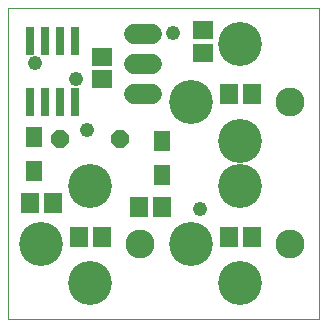
<source format=gbs>
G75*
%MOIN*%
%OFA0B0*%
%FSLAX25Y25*%
%IPPOS*%
%LPD*%
%AMOC8*
5,1,8,0,0,1.08239X$1,22.5*
%
%ADD10C,0.00000*%
%ADD11R,0.06706X0.05918*%
%ADD12R,0.05918X0.06706*%
%ADD13OC8,0.06000*%
%ADD14R,0.05524X0.06706*%
%ADD15R,0.03162X0.09461*%
%ADD16C,0.06800*%
%ADD17C,0.14643*%
%ADD18C,0.09658*%
%ADD19C,0.04800*%
D10*
X0003500Y0001000D02*
X0003500Y0104711D01*
X0107201Y0104711D01*
X0107201Y0001000D01*
X0003500Y0001000D01*
D11*
X0034750Y0081010D03*
X0034750Y0088490D03*
X0068500Y0089760D03*
X0068500Y0097240D03*
D12*
X0077260Y0076000D03*
X0084740Y0076000D03*
X0054740Y0038500D03*
X0047260Y0038500D03*
X0034740Y0028500D03*
X0027260Y0028500D03*
X0018490Y0039750D03*
X0011010Y0039750D03*
X0077260Y0028500D03*
X0084740Y0028500D03*
D13*
X0041000Y0061000D03*
X0021000Y0061000D03*
D14*
X0012250Y0061709D03*
X0012250Y0050291D03*
X0054750Y0049041D03*
X0054750Y0060459D03*
D15*
X0026000Y0073264D03*
X0021000Y0073264D03*
X0016000Y0073264D03*
X0011000Y0073264D03*
X0011000Y0093736D03*
X0016000Y0093736D03*
X0021000Y0093736D03*
X0026000Y0093736D03*
D16*
X0045500Y0096000D02*
X0051500Y0096000D01*
X0051500Y0086000D02*
X0045500Y0086000D01*
X0045500Y0076000D02*
X0051500Y0076000D01*
D17*
X0064465Y0073500D03*
X0081000Y0060508D03*
X0081000Y0045291D03*
X0064465Y0026000D03*
X0081000Y0013008D03*
X0031000Y0013008D03*
X0014465Y0026000D03*
X0031000Y0045291D03*
X0081000Y0092791D03*
D18*
X0097535Y0073500D03*
X0097535Y0026000D03*
X0047535Y0026000D03*
D19*
X0067600Y0037900D03*
X0029800Y0064000D03*
X0026200Y0081100D03*
X0012700Y0086500D03*
X0058600Y0096400D03*
M02*

</source>
